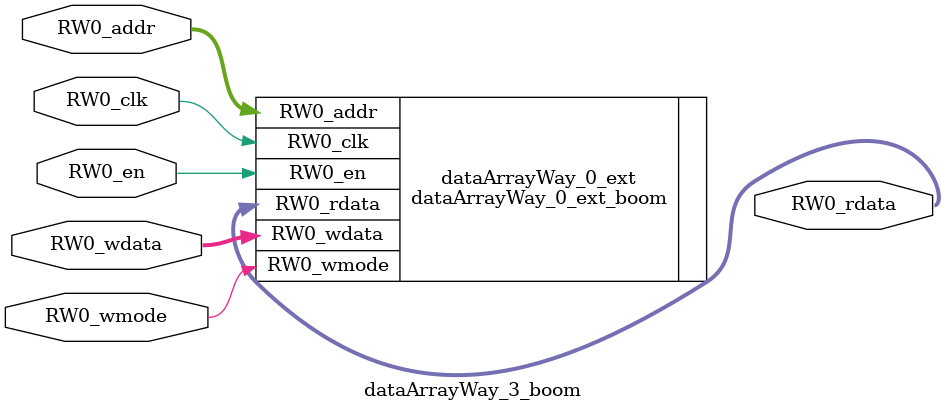
<source format=sv>
`ifndef RANDOMIZE
  `ifdef RANDOMIZE_REG_INIT
    `define RANDOMIZE
  `endif // RANDOMIZE_REG_INIT
`endif // not def RANDOMIZE
`ifndef RANDOMIZE
  `ifdef RANDOMIZE_MEM_INIT
    `define RANDOMIZE
  `endif // RANDOMIZE_MEM_INIT
`endif // not def RANDOMIZE

`ifndef RANDOM
  `define RANDOM $random
`endif // not def RANDOM

// Users can define 'PRINTF_COND' to add an extra gate to prints.
`ifndef PRINTF_COND_
  `ifdef PRINTF_COND
    `define PRINTF_COND_ (`PRINTF_COND)
  `else  // PRINTF_COND
    `define PRINTF_COND_ 1
  `endif // PRINTF_COND
`endif // not def PRINTF_COND_

// Users can define 'ASSERT_VERBOSE_COND' to add an extra gate to assert error printing.
`ifndef ASSERT_VERBOSE_COND_
  `ifdef ASSERT_VERBOSE_COND
    `define ASSERT_VERBOSE_COND_ (`ASSERT_VERBOSE_COND)
  `else  // ASSERT_VERBOSE_COND
    `define ASSERT_VERBOSE_COND_ 1
  `endif // ASSERT_VERBOSE_COND
`endif // not def ASSERT_VERBOSE_COND_

// Users can define 'STOP_COND' to add an extra gate to stop conditions.
`ifndef STOP_COND_
  `ifdef STOP_COND
    `define STOP_COND_ (`STOP_COND)
  `else  // STOP_COND
    `define STOP_COND_ 1
  `endif // STOP_COND
`endif // not def STOP_COND_

// Users can define INIT_RANDOM as general code that gets injected into the
// initializer block for modules with registers.
`ifndef INIT_RANDOM
  `define INIT_RANDOM
`endif // not def INIT_RANDOM

// If using random initialization, you can also define RANDOMIZE_DELAY to
// customize the delay used, otherwise 0.002 is used.
`ifndef RANDOMIZE_DELAY
  `define RANDOMIZE_DELAY 0.002
`endif // not def RANDOMIZE_DELAY

// Define INIT_RANDOM_PROLOG_ for use in our modules below.
`ifndef INIT_RANDOM_PROLOG_
  `ifdef RANDOMIZE
    `ifdef VERILATOR
      `define INIT_RANDOM_PROLOG_ `INIT_RANDOM
    `else  // VERILATOR
      `define INIT_RANDOM_PROLOG_ `INIT_RANDOM #`RANDOMIZE_DELAY begin end
    `endif // VERILATOR
  `else  // RANDOMIZE
    `define INIT_RANDOM_PROLOG_
  `endif // RANDOMIZE
`endif // not def INIT_RANDOM_PROLOG_

module dataArrayWay_3_boom(	// @[DescribedSRAM.scala:17:26]
  input  [8:0]  RW0_addr,
  input         RW0_en,
                RW0_clk,
                RW0_wmode,
  input  [63:0] RW0_wdata,
  output [63:0] RW0_rdata
);

  dataArrayWay_0_ext_boom dataArrayWay_0_ext (	// @[DescribedSRAM.scala:17:26]
    .RW0_addr  (RW0_addr),
    .RW0_en    (RW0_en),
    .RW0_clk   (RW0_clk),
    .RW0_wmode (RW0_wmode),
    .RW0_wdata (RW0_wdata),
    .RW0_rdata (RW0_rdata)
  );
endmodule


</source>
